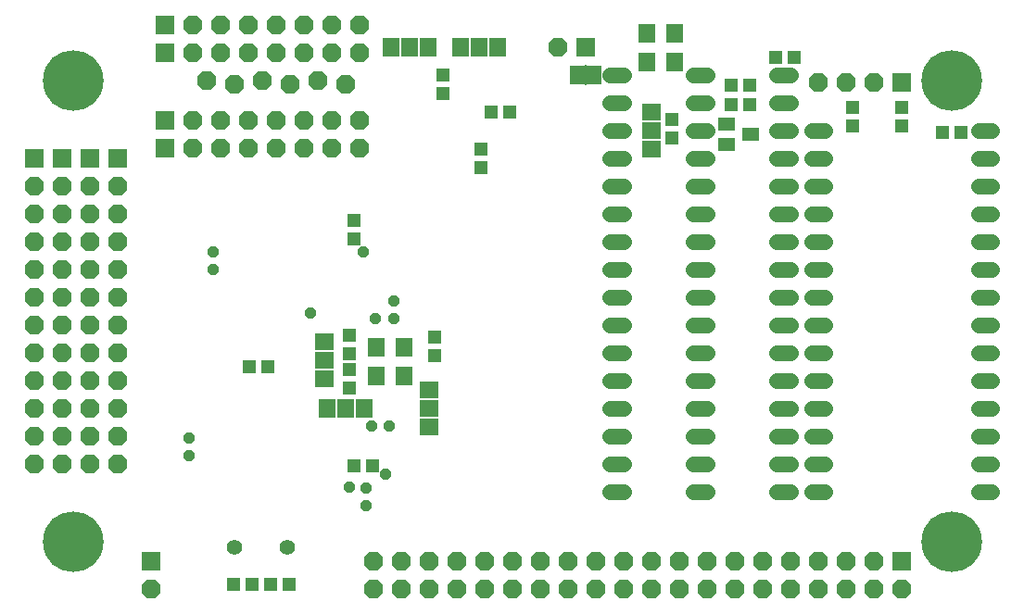
<source format=gbs>
G75*
%MOIN*%
%OFA0B0*%
%FSLAX24Y24*%
%IPPOS*%
%LPD*%
%AMOC8*
5,1,8,0,0,1.08239X$1,22.5*
%
%ADD10C,0.2180*%
%ADD11C,0.0560*%
%ADD12R,0.0680X0.0680*%
%ADD13OC8,0.0680*%
%ADD14R,0.0608X0.0671*%
%ADD15C,0.0560*%
%ADD16R,0.0513X0.0474*%
%ADD17OC8,0.0417*%
%ADD18R,0.0671X0.0592*%
%ADD19R,0.0474X0.0513*%
%ADD20R,0.0631X0.0474*%
%ADD21R,0.0592X0.0671*%
%ADD22R,0.0540X0.0710*%
%ADD23R,0.0060X0.0720*%
D10*
X002697Y003572D03*
X002697Y020178D03*
X034303Y020178D03*
X034303Y003572D03*
D11*
X035260Y005375D02*
X035740Y005375D01*
X035740Y006375D02*
X035260Y006375D01*
X035260Y007375D02*
X035740Y007375D01*
X035740Y008375D02*
X035260Y008375D01*
X035260Y009375D02*
X035740Y009375D01*
X035740Y010375D02*
X035260Y010375D01*
X035260Y011375D02*
X035740Y011375D01*
X035740Y012375D02*
X035260Y012375D01*
X035260Y013375D02*
X035740Y013375D01*
X035740Y014375D02*
X035260Y014375D01*
X035260Y015375D02*
X035740Y015375D01*
X035740Y016375D02*
X035260Y016375D01*
X035260Y017375D02*
X035740Y017375D01*
X035740Y018375D02*
X035260Y018375D01*
X029740Y018375D02*
X029260Y018375D01*
X028490Y018375D02*
X028010Y018375D01*
X028010Y019375D02*
X028490Y019375D01*
X028490Y020375D02*
X028010Y020375D01*
X025490Y020375D02*
X025010Y020375D01*
X025010Y019375D02*
X025490Y019375D01*
X025490Y018375D02*
X025010Y018375D01*
X025010Y017375D02*
X025490Y017375D01*
X025490Y016375D02*
X025010Y016375D01*
X025010Y015375D02*
X025490Y015375D01*
X025490Y014375D02*
X025010Y014375D01*
X025010Y013375D02*
X025490Y013375D01*
X025490Y012375D02*
X025010Y012375D01*
X025010Y011375D02*
X025490Y011375D01*
X025490Y010375D02*
X025010Y010375D01*
X025010Y009375D02*
X025490Y009375D01*
X025490Y008375D02*
X025010Y008375D01*
X025010Y007375D02*
X025490Y007375D01*
X025490Y006375D02*
X025010Y006375D01*
X025010Y005375D02*
X025490Y005375D01*
X028010Y005375D02*
X028490Y005375D01*
X029260Y005375D02*
X029740Y005375D01*
X029740Y006375D02*
X029260Y006375D01*
X028490Y006375D02*
X028010Y006375D01*
X028010Y007375D02*
X028490Y007375D01*
X029260Y007375D02*
X029740Y007375D01*
X029740Y008375D02*
X029260Y008375D01*
X028490Y008375D02*
X028010Y008375D01*
X028010Y009375D02*
X028490Y009375D01*
X029260Y009375D02*
X029740Y009375D01*
X029740Y010375D02*
X029260Y010375D01*
X028490Y010375D02*
X028010Y010375D01*
X028010Y011375D02*
X028490Y011375D01*
X029260Y011375D02*
X029740Y011375D01*
X029740Y012375D02*
X029260Y012375D01*
X028490Y012375D02*
X028010Y012375D01*
X028010Y013375D02*
X028490Y013375D01*
X029260Y013375D02*
X029740Y013375D01*
X029740Y014375D02*
X029260Y014375D01*
X028490Y014375D02*
X028010Y014375D01*
X028010Y015375D02*
X028490Y015375D01*
X029260Y015375D02*
X029740Y015375D01*
X029740Y016375D02*
X029260Y016375D01*
X028490Y016375D02*
X028010Y016375D01*
X028010Y017375D02*
X028490Y017375D01*
X029260Y017375D02*
X029740Y017375D01*
X022490Y017375D02*
X022010Y017375D01*
X022490Y017375D01*
X022490Y016375D02*
X022010Y016375D01*
X022490Y016375D01*
X022490Y015375D02*
X022010Y015375D01*
X022490Y015375D01*
X022490Y014375D02*
X022010Y014375D01*
X022490Y014375D01*
X022490Y013375D02*
X022010Y013375D01*
X022490Y013375D01*
X022490Y012375D02*
X022010Y012375D01*
X022490Y012375D01*
X022490Y011375D02*
X022010Y011375D01*
X022490Y011375D01*
X022490Y010375D02*
X022010Y010375D01*
X022490Y010375D01*
X022490Y009375D02*
X022010Y009375D01*
X022490Y009375D01*
X022490Y008375D02*
X022010Y008375D01*
X022490Y008375D01*
X022490Y007375D02*
X022010Y007375D01*
X022490Y007375D01*
X022490Y006375D02*
X022010Y006375D01*
X022490Y006375D01*
X022490Y005375D02*
X022010Y005375D01*
X022490Y005375D01*
X022490Y018375D02*
X022010Y018375D01*
X022490Y018375D01*
X022490Y019375D02*
X022010Y019375D01*
X022490Y019375D01*
X022490Y020375D02*
X022010Y020375D01*
X022490Y020375D01*
D12*
X021125Y021375D03*
X032500Y020125D03*
X006000Y021188D03*
X006000Y022188D03*
X006000Y018750D03*
X006000Y017750D03*
X004313Y017375D03*
X003313Y017375D03*
X002313Y017375D03*
X001313Y017375D03*
X005500Y002875D03*
X032500Y002875D03*
D13*
X005500Y001875D03*
X004313Y006375D03*
X003313Y006375D03*
X002313Y006375D03*
X001313Y006375D03*
X001313Y007375D03*
X002313Y007375D03*
X003313Y007375D03*
X004313Y007375D03*
X004313Y008375D03*
X003313Y008375D03*
X002313Y008375D03*
X001313Y008375D03*
X001313Y009375D03*
X002313Y009375D03*
X003313Y009375D03*
X004313Y009375D03*
X004313Y010375D03*
X003313Y010375D03*
X002313Y010375D03*
X001313Y010375D03*
X001313Y011375D03*
X002313Y011375D03*
X003313Y011375D03*
X004313Y011375D03*
X004313Y012375D03*
X003313Y012375D03*
X002313Y012375D03*
X001313Y012375D03*
X001313Y013375D03*
X002313Y013375D03*
X003313Y013375D03*
X004313Y013375D03*
X004313Y014375D03*
X003313Y014375D03*
X002313Y014375D03*
X001313Y014375D03*
X001313Y015375D03*
X002313Y015375D03*
X003313Y015375D03*
X004313Y015375D03*
X004313Y016375D03*
X003313Y016375D03*
X002313Y016375D03*
X001313Y016375D03*
X007000Y017750D03*
X008000Y017750D03*
X009000Y017750D03*
X010000Y017750D03*
X011000Y017750D03*
X012000Y017750D03*
X013000Y017750D03*
X013000Y018750D03*
X012000Y018750D03*
X011000Y018750D03*
X010000Y018750D03*
X009000Y018750D03*
X008000Y018750D03*
X007000Y018750D03*
X007500Y020188D03*
X008500Y020063D03*
X009500Y020188D03*
X010500Y020063D03*
X011500Y020188D03*
X012500Y020063D03*
X012000Y021188D03*
X011000Y021188D03*
X010000Y021188D03*
X009000Y021188D03*
X008000Y021188D03*
X007000Y021188D03*
X007000Y022188D03*
X008000Y022188D03*
X009000Y022188D03*
X010000Y022188D03*
X011000Y022188D03*
X012000Y022188D03*
X013000Y022188D03*
X013000Y021188D03*
X020125Y021375D03*
X029500Y020125D03*
X030500Y020125D03*
X031500Y020125D03*
X031500Y002875D03*
X030500Y002875D03*
X029500Y002875D03*
X028500Y002875D03*
X027500Y002875D03*
X026500Y002875D03*
X025500Y002875D03*
X024500Y002875D03*
X023500Y002875D03*
X022500Y002875D03*
X021500Y002875D03*
X020500Y002875D03*
X019500Y002875D03*
X018500Y002875D03*
X017500Y002875D03*
X016500Y002875D03*
X015500Y002875D03*
X014500Y002875D03*
X013500Y002875D03*
X013500Y001875D03*
X014500Y001875D03*
X015500Y001875D03*
X016500Y001875D03*
X017500Y001875D03*
X018500Y001875D03*
X019500Y001875D03*
X020500Y001875D03*
X021500Y001875D03*
X022500Y001875D03*
X023500Y001875D03*
X024500Y001875D03*
X025500Y001875D03*
X026500Y001875D03*
X027500Y001875D03*
X028500Y001875D03*
X029500Y001875D03*
X030500Y001875D03*
X031500Y001875D03*
X032500Y001875D03*
D14*
X014603Y009546D03*
X013603Y009546D03*
X013603Y010589D03*
X014603Y010589D03*
X023334Y020848D03*
X024334Y020848D03*
X024334Y021892D03*
X023334Y021892D03*
D15*
X010388Y003375D03*
X008488Y003375D03*
D16*
X008478Y002063D03*
X009147Y002063D03*
X009790Y002063D03*
X010460Y002063D03*
X012625Y009103D03*
X012625Y009772D03*
X012625Y010353D03*
X012625Y011022D03*
X009710Y009875D03*
X009040Y009875D03*
X012813Y014478D03*
X012813Y015147D03*
X017728Y019063D03*
X018397Y019063D03*
X024250Y018772D03*
X024250Y018103D03*
X026353Y019313D03*
X027022Y019313D03*
X027978Y021000D03*
X028647Y021000D03*
X030750Y019210D03*
X030750Y018540D03*
X032500Y018540D03*
X032500Y019210D03*
X033978Y018313D03*
X034647Y018313D03*
D17*
X014250Y012250D03*
X014250Y011625D03*
X013563Y011625D03*
X011250Y011813D03*
X013125Y014000D03*
X007750Y014000D03*
X007750Y013375D03*
X013438Y007750D03*
X014063Y007750D03*
X013938Y006000D03*
X013250Y005500D03*
X012625Y005563D03*
X013250Y004875D03*
X006875Y006688D03*
X006875Y007313D03*
D18*
X011750Y009456D03*
X011750Y010125D03*
X011750Y010794D03*
X015500Y009044D03*
X015500Y008375D03*
X015500Y007706D03*
X023500Y017706D03*
X023500Y018375D03*
X023500Y019044D03*
D19*
X026353Y020000D03*
X027022Y020000D03*
X017375Y017710D03*
X017375Y017040D03*
X016000Y019728D03*
X016000Y020397D03*
X015688Y010960D03*
X015688Y010290D03*
X013460Y006313D03*
X012790Y006313D03*
D20*
X026192Y017876D03*
X027058Y018250D03*
X026192Y018624D03*
D21*
X017982Y021375D03*
X017313Y021375D03*
X016643Y021375D03*
X015482Y021375D03*
X014813Y021375D03*
X014143Y021375D03*
X013169Y008375D03*
X012500Y008375D03*
X011831Y008375D03*
D22*
X020825Y020375D03*
X021425Y020375D03*
D23*
X021125Y020375D03*
M02*

</source>
